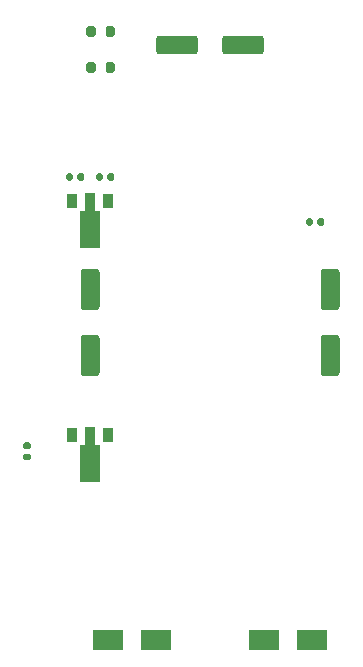
<source format=gtp>
G04 #@! TF.GenerationSoftware,KiCad,Pcbnew,(5.1.10-1-10_14)*
G04 #@! TF.CreationDate,2021-12-02T22:50:33+01:00*
G04 #@! TF.ProjectId,Power-Zauberling,506f7765-722d-45a6-9175-6265726c696e,rev?*
G04 #@! TF.SameCoordinates,Original*
G04 #@! TF.FileFunction,Paste,Top*
G04 #@! TF.FilePolarity,Positive*
%FSLAX46Y46*%
G04 Gerber Fmt 4.6, Leading zero omitted, Abs format (unit mm)*
G04 Created by KiCad (PCBNEW (5.1.10-1-10_14)) date 2021-12-02 22:50:33*
%MOMM*%
%LPD*%
G01*
G04 APERTURE LIST*
%ADD10C,0.100000*%
%ADD11R,0.900000X1.300000*%
%ADD12R,2.500000X1.800000*%
G04 APERTURE END LIST*
G36*
G01*
X161090000Y-65997000D02*
X161090000Y-66337000D01*
G75*
G02*
X160950000Y-66477000I-140000J0D01*
G01*
X160670000Y-66477000D01*
G75*
G02*
X160530000Y-66337000I0J140000D01*
G01*
X160530000Y-65997000D01*
G75*
G02*
X160670000Y-65857000I140000J0D01*
G01*
X160950000Y-65857000D01*
G75*
G02*
X161090000Y-65997000I0J-140000D01*
G01*
G37*
G36*
G01*
X162050000Y-65997000D02*
X162050000Y-66337000D01*
G75*
G02*
X161910000Y-66477000I-140000J0D01*
G01*
X161630000Y-66477000D01*
G75*
G02*
X161490000Y-66337000I0J140000D01*
G01*
X161490000Y-65997000D01*
G75*
G02*
X161630000Y-65857000I140000J0D01*
G01*
X161910000Y-65857000D01*
G75*
G02*
X162050000Y-65997000I0J-140000D01*
G01*
G37*
D10*
G36*
X141373500Y-68340000D02*
G01*
X141373500Y-65215000D01*
X141790000Y-65215000D01*
X141790000Y-63740000D01*
X142690000Y-63740000D01*
X142690000Y-65215000D01*
X143106500Y-65215000D01*
X143106500Y-68340000D01*
X141373500Y-68340000D01*
G37*
D11*
X140740000Y-64390000D03*
X143740000Y-64390000D03*
D10*
G36*
X141373500Y-88152000D02*
G01*
X141373500Y-85027000D01*
X141790000Y-85027000D01*
X141790000Y-83552000D01*
X142690000Y-83552000D01*
X142690000Y-85027000D01*
X143106500Y-85027000D01*
X143106500Y-88152000D01*
X141373500Y-88152000D01*
G37*
D11*
X140740000Y-84202000D03*
X143740000Y-84202000D03*
D12*
X161004000Y-101600000D03*
X157004000Y-101600000D03*
X147796000Y-101600000D03*
X143796000Y-101600000D03*
G36*
G01*
X141170000Y-62527000D02*
X141170000Y-62187000D01*
G75*
G02*
X141310000Y-62047000I140000J0D01*
G01*
X141590000Y-62047000D01*
G75*
G02*
X141730000Y-62187000I0J-140000D01*
G01*
X141730000Y-62527000D01*
G75*
G02*
X141590000Y-62667000I-140000J0D01*
G01*
X141310000Y-62667000D01*
G75*
G02*
X141170000Y-62527000I0J140000D01*
G01*
G37*
G36*
G01*
X140210000Y-62527000D02*
X140210000Y-62187000D01*
G75*
G02*
X140350000Y-62047000I140000J0D01*
G01*
X140630000Y-62047000D01*
G75*
G02*
X140770000Y-62187000I0J-140000D01*
G01*
X140770000Y-62527000D01*
G75*
G02*
X140630000Y-62667000I-140000J0D01*
G01*
X140350000Y-62667000D01*
G75*
G02*
X140210000Y-62527000I0J140000D01*
G01*
G37*
G36*
G01*
X136736000Y-85798000D02*
X137076000Y-85798000D01*
G75*
G02*
X137216000Y-85938000I0J-140000D01*
G01*
X137216000Y-86218000D01*
G75*
G02*
X137076000Y-86358000I-140000J0D01*
G01*
X136736000Y-86358000D01*
G75*
G02*
X136596000Y-86218000I0J140000D01*
G01*
X136596000Y-85938000D01*
G75*
G02*
X136736000Y-85798000I140000J0D01*
G01*
G37*
G36*
G01*
X136736000Y-84838000D02*
X137076000Y-84838000D01*
G75*
G02*
X137216000Y-84978000I0J-140000D01*
G01*
X137216000Y-85258000D01*
G75*
G02*
X137076000Y-85398000I-140000J0D01*
G01*
X136736000Y-85398000D01*
G75*
G02*
X136596000Y-85258000I0J140000D01*
G01*
X136596000Y-84978000D01*
G75*
G02*
X136736000Y-84838000I140000J0D01*
G01*
G37*
G36*
G01*
X153450000Y-51731000D02*
X153450000Y-50631000D01*
G75*
G02*
X153700000Y-50381000I250000J0D01*
G01*
X156700000Y-50381000D01*
G75*
G02*
X156950000Y-50631000I0J-250000D01*
G01*
X156950000Y-51731000D01*
G75*
G02*
X156700000Y-51981000I-250000J0D01*
G01*
X153700000Y-51981000D01*
G75*
G02*
X153450000Y-51731000I0J250000D01*
G01*
G37*
G36*
G01*
X147850000Y-51731000D02*
X147850000Y-50631000D01*
G75*
G02*
X148100000Y-50381000I250000J0D01*
G01*
X151100000Y-50381000D01*
G75*
G02*
X151350000Y-50631000I0J-250000D01*
G01*
X151350000Y-51731000D01*
G75*
G02*
X151100000Y-51981000I-250000J0D01*
G01*
X148100000Y-51981000D01*
G75*
G02*
X147850000Y-51731000I0J250000D01*
G01*
G37*
G36*
G01*
X162010000Y-75726000D02*
X163110000Y-75726000D01*
G75*
G02*
X163360000Y-75976000I0J-250000D01*
G01*
X163360000Y-78976000D01*
G75*
G02*
X163110000Y-79226000I-250000J0D01*
G01*
X162010000Y-79226000D01*
G75*
G02*
X161760000Y-78976000I0J250000D01*
G01*
X161760000Y-75976000D01*
G75*
G02*
X162010000Y-75726000I250000J0D01*
G01*
G37*
G36*
G01*
X162010000Y-70126000D02*
X163110000Y-70126000D01*
G75*
G02*
X163360000Y-70376000I0J-250000D01*
G01*
X163360000Y-73376000D01*
G75*
G02*
X163110000Y-73626000I-250000J0D01*
G01*
X162010000Y-73626000D01*
G75*
G02*
X161760000Y-73376000I0J250000D01*
G01*
X161760000Y-70376000D01*
G75*
G02*
X162010000Y-70126000I250000J0D01*
G01*
G37*
G36*
G01*
X143310000Y-62187000D02*
X143310000Y-62527000D01*
G75*
G02*
X143170000Y-62667000I-140000J0D01*
G01*
X142890000Y-62667000D01*
G75*
G02*
X142750000Y-62527000I0J140000D01*
G01*
X142750000Y-62187000D01*
G75*
G02*
X142890000Y-62047000I140000J0D01*
G01*
X143170000Y-62047000D01*
G75*
G02*
X143310000Y-62187000I0J-140000D01*
G01*
G37*
G36*
G01*
X144270000Y-62187000D02*
X144270000Y-62527000D01*
G75*
G02*
X144130000Y-62667000I-140000J0D01*
G01*
X143850000Y-62667000D01*
G75*
G02*
X143710000Y-62527000I0J140000D01*
G01*
X143710000Y-62187000D01*
G75*
G02*
X143850000Y-62047000I140000J0D01*
G01*
X144130000Y-62047000D01*
G75*
G02*
X144270000Y-62187000I0J-140000D01*
G01*
G37*
G36*
G01*
X141690000Y-75726000D02*
X142790000Y-75726000D01*
G75*
G02*
X143040000Y-75976000I0J-250000D01*
G01*
X143040000Y-78976000D01*
G75*
G02*
X142790000Y-79226000I-250000J0D01*
G01*
X141690000Y-79226000D01*
G75*
G02*
X141440000Y-78976000I0J250000D01*
G01*
X141440000Y-75976000D01*
G75*
G02*
X141690000Y-75726000I250000J0D01*
G01*
G37*
G36*
G01*
X141690000Y-70126000D02*
X142790000Y-70126000D01*
G75*
G02*
X143040000Y-70376000I0J-250000D01*
G01*
X143040000Y-73376000D01*
G75*
G02*
X142790000Y-73626000I-250000J0D01*
G01*
X141690000Y-73626000D01*
G75*
G02*
X141440000Y-73376000I0J250000D01*
G01*
X141440000Y-70376000D01*
G75*
G02*
X141690000Y-70126000I250000J0D01*
G01*
G37*
G36*
G01*
X143554000Y-50313000D02*
X143554000Y-49763000D01*
G75*
G02*
X143754000Y-49563000I200000J0D01*
G01*
X144154000Y-49563000D01*
G75*
G02*
X144354000Y-49763000I0J-200000D01*
G01*
X144354000Y-50313000D01*
G75*
G02*
X144154000Y-50513000I-200000J0D01*
G01*
X143754000Y-50513000D01*
G75*
G02*
X143554000Y-50313000I0J200000D01*
G01*
G37*
G36*
G01*
X141904000Y-50313000D02*
X141904000Y-49763000D01*
G75*
G02*
X142104000Y-49563000I200000J0D01*
G01*
X142504000Y-49563000D01*
G75*
G02*
X142704000Y-49763000I0J-200000D01*
G01*
X142704000Y-50313000D01*
G75*
G02*
X142504000Y-50513000I-200000J0D01*
G01*
X142104000Y-50513000D01*
G75*
G02*
X141904000Y-50313000I0J200000D01*
G01*
G37*
G36*
G01*
X143554000Y-53361000D02*
X143554000Y-52811000D01*
G75*
G02*
X143754000Y-52611000I200000J0D01*
G01*
X144154000Y-52611000D01*
G75*
G02*
X144354000Y-52811000I0J-200000D01*
G01*
X144354000Y-53361000D01*
G75*
G02*
X144154000Y-53561000I-200000J0D01*
G01*
X143754000Y-53561000D01*
G75*
G02*
X143554000Y-53361000I0J200000D01*
G01*
G37*
G36*
G01*
X141904000Y-53361000D02*
X141904000Y-52811000D01*
G75*
G02*
X142104000Y-52611000I200000J0D01*
G01*
X142504000Y-52611000D01*
G75*
G02*
X142704000Y-52811000I0J-200000D01*
G01*
X142704000Y-53361000D01*
G75*
G02*
X142504000Y-53561000I-200000J0D01*
G01*
X142104000Y-53561000D01*
G75*
G02*
X141904000Y-53361000I0J200000D01*
G01*
G37*
M02*

</source>
